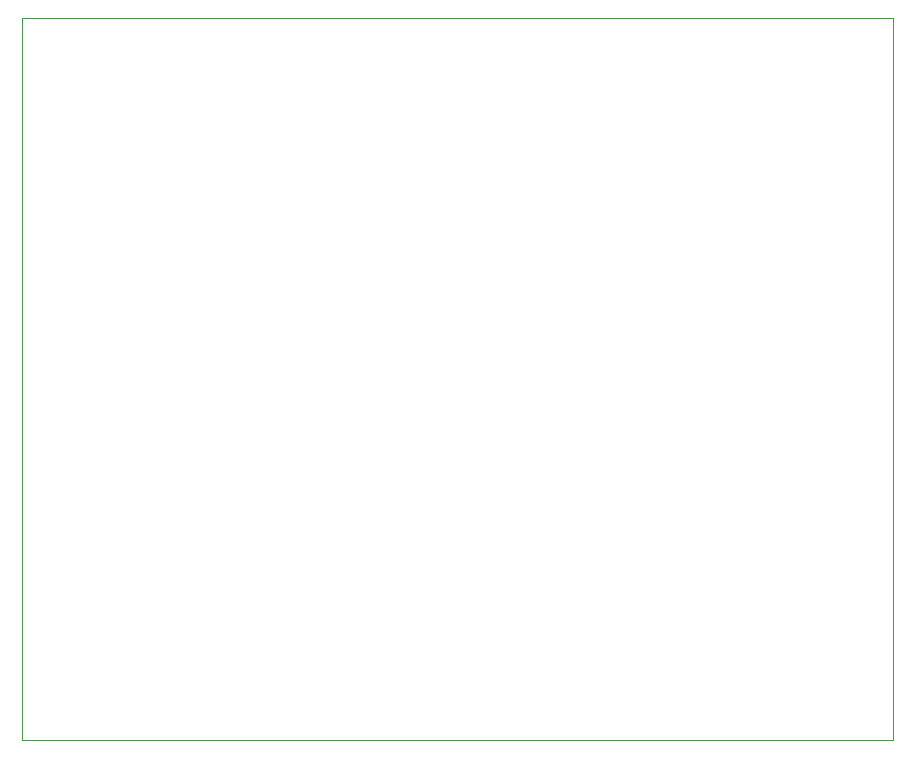
<source format=gbr>
%TF.GenerationSoftware,Altium Limited,Altium Designer,25.7.1 (20)*%
G04 Layer_Color=16711935*
%FSLAX45Y45*%
%MOMM*%
%TF.SameCoordinates,1AA72D45-9F13-4BD8-B423-63960E99F270*%
%TF.FilePolarity,Positive*%
%TF.FileFunction,Other,Board_Outline*%
%TF.Part,Single*%
G01*
G75*
%TA.AperFunction,NonConductor*%
%ADD108C,0.02540*%
D108*
X0Y0D02*
X7373747D01*
Y6110834D01*
X0D02*
X7373747D01*
X0Y0D02*
Y6110834D01*
%TF.MD5,e30e04bae3f11e09acdfbcf174a7a385*%
M02*

</source>
